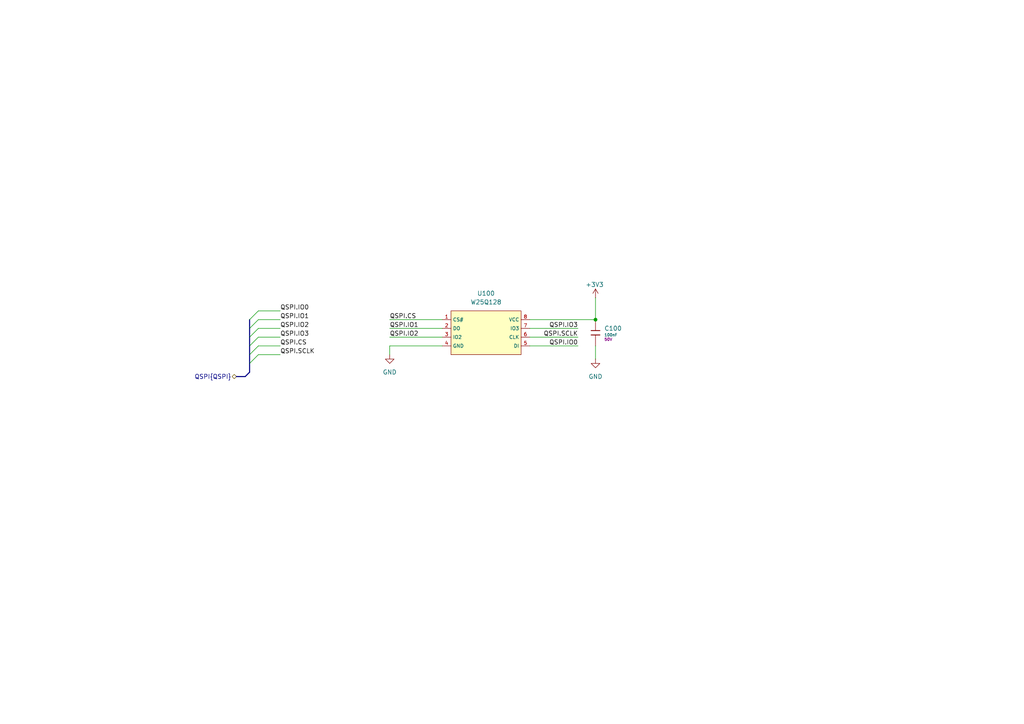
<source format=kicad_sch>
(kicad_sch (version 20250114) (generator "eeschema") (generator_version "9.0")
  (paper "A4")
  (title_block (title "ModuCard BM STM32H562VGT6") (date "2025-04-18") (rev "1.1.1") (company "KoNaR") (comment 1 "Base project authors: Dominik Pluta, Artem Horiunov") (comment 2 "Project author: <author>"))
  (lib_symbols
    (symbol "PCM_JLCPCB-Capacitors:0402,100nF,(2)" (pin_numbers (hide yes)) (pin_names (offset 0))
      (property "Reference" "C" (at 2.032 1.668 0))
      (property "Value" "100nF" (at 2.032 -0.3782 0))
      (property "Voltage Rated" "50V" (at 2.032 -2.0462 0))
      (symbol "0402,100nF,(2)_0_1"
        (polyline (pts (xy -1.27 0.635) (xy 1.27 0.635)) (stroke (width 0.254)))
        (polyline (pts (xy -1.27 -0.635) (xy 1.27 -0.635)) (stroke (width 0.254)))
      )
      (symbol "0402,100nF,(2)_1_1"
        (pin passive line (at 0 3.81 270) (length 3.175) (name "~") (number "1"))
        (pin passive line (at 0 -3.81 90) (length 3.175) (name "~") (number "2"))
      )
    )
    (symbol "PCM_JLCPCB-Memory:16MByte, SPI"
      (property "Reference" "U" (at 0 1.27 0))
      (property "Value" "W25Q128" (at 0 -1.016 0))
      (symbol "16MByte, SPI_0_1"
        (rectangle (start -10.16 7.62) (end 10.16 -5.08) (fill (type background)))
        (pin unspecified line (at -12.7 5.08 0) (length 2.54) (name "CS#") (number "1"))
        (pin unspecified line (at -12.7 2.54 0) (length 2.54) (name "DO") (number "2"))
        (pin unspecified line (at -12.7 0 0) (length 2.54) (name "IO2") (number "3"))
        (pin unspecified line (at -12.7 -2.54 0) (length 2.54) (name "GND") (number "4"))
        (pin unspecified line (at 12.7 5.08 180) (length 2.54) (name "VCC") (number "8"))
        (pin unspecified line (at 12.7 2.54 180) (length 2.54) (name "IO3") (number "7"))
        (pin unspecified line (at 12.7 0 180) (length 2.54) (name "CLK") (number "6"))
        (pin unspecified line (at 12.7 -2.54 180) (length 2.54) (name "DI") (number "5"))
      )
    )
    (symbol "power:+3V3" (power) (pin_numbers (hide yes)) (pin_names (offset 0) (hide yes))
      (property "Value" "+3V3" (at 0 3.556 0))
      (symbol "+3V3_0_1"
        (polyline (pts (xy -0.762 1.27) (xy 0 2.54)))
        (polyline (pts (xy 0 2.54) (xy 0.762 1.27)))
        (polyline (pts (xy 0 0) (xy 0 2.54)))
      )
      (symbol "+3V3_1_1"
        (pin power_in line (at 0 0 90) (length 0) (name "~") (number "1"))
      )
    )
    (symbol "power:GND" (power) (pin_numbers (hide yes)) (pin_names (offset 0) (hide yes))
      (property "Value" "GND" (at 0 -3.81 0))
      (symbol "GND_0_1"
        (polyline (pts (xy 0 0) (xy 0 -1.27) (xy 1.27 -1.27) (xy 0 -2.54) (xy -1.27 -1.27) (xy 0 -1.27)))
      )
      (symbol "GND_1_1"
        (pin power_in line (at 0 0 270) (length 0) (name "~") (number "1"))
      )
    )
  )
  (junction (at 172.72 92.71))
  (bus_entry (at 72.39 92.71) (size 2.54 -2.54))
  (bus_entry (at 72.39 102.87) (size 2.54 -2.54))
  (bus_entry (at 72.39 97.79) (size 2.54 -2.54))
  (bus_entry (at 72.39 100.33) (size 2.54 -2.54))
  (bus_entry (at 72.39 95.25) (size 2.54 -2.54))
  (bus_entry (at 72.39 105.41) (size 2.54 -2.54))
  (wire (pts (xy 113.03 100.33) (xy 128.27 100.33)))
  (wire (pts (xy 74.93 97.79) (xy 81.28 97.79)))
  (wire (pts (xy 113.03 100.33) (xy 113.03 102.87)))
  (wire (pts (xy 172.72 86.36) (xy 172.72 92.71)))
  (bus (pts (xy 72.39 97.79) (xy 72.39 100.33)))
  (wire (pts (xy 153.67 97.79) (xy 167.64 97.79)))
  (wire (pts (xy 172.72 104.14) (xy 172.72 100.33)))
  (bus (pts (xy 72.39 95.25) (xy 72.39 97.79)))
  (bus (pts (xy 72.39 100.33) (xy 72.39 102.87)))
  (bus (pts (xy 72.39 102.87) (xy 72.39 105.41)))
  (wire (pts (xy 113.03 92.71) (xy 128.27 92.71)))
  (wire (pts (xy 153.67 92.71) (xy 172.72 92.71)))
  (wire (pts (xy 113.03 95.25) (xy 128.27 95.25)))
  (wire (pts (xy 153.67 95.25) (xy 167.64 95.25)))
  (bus (pts (xy 72.39 92.71) (xy 72.39 95.25)))
  (bus (pts (xy 71.12 109.22) (xy 72.39 107.95)))
  (bus (pts (xy 72.39 105.41) (xy 72.39 107.95)))
  (wire (pts (xy 74.93 95.25) (xy 81.28 95.25)))
  (bus (pts (xy 68.58 109.22) (xy 71.12 109.22)))
  (wire (pts (xy 74.93 102.87) (xy 81.28 102.87)))
  (wire (pts (xy 74.93 92.71) (xy 81.28 92.71)))
  (wire (pts (xy 74.93 90.17) (xy 81.28 90.17)))
  (wire (pts (xy 153.67 100.33) (xy 167.64 100.33)))
  (wire (pts (xy 113.03 97.79) (xy 128.27 97.79)))
  (wire (pts (xy 74.93 100.33) (xy 81.28 100.33)))
  (label "QSPI.IO3" (at 167.64 95.25 180))
  (label "QSPI.IO1" (at 81.28 92.71 0))
  (label "QSPI.SCLK" (at 81.28 102.87 0))
  (label "QSPI.IO2" (at 81.28 95.25 0))
  (label "QSPI.IO3" (at 81.28 97.79 0))
  (label "QSPI.IO2" (at 113.03 97.79 0))
  (label "QSPI.IO1" (at 113.03 95.25 0))
  (label "QSPI.SCLK" (at 167.64 97.79 180))
  (label "QSPI.IO0" (at 81.28 90.17 0))
  (label "QSPI.IO0" (at 167.64 100.33 180))
  (label "QSPI.CS" (at 113.03 92.71 0))
  (label "QSPI.CS" (at 81.28 100.33 0))
  (hierarchical_label "QSPI{QSPI}" (shape bidirectional) (at 68.58 109.22 180))
  (symbol (lib_id "power:GND") (at 113.03 102.87 0) (unit 1)
    (property "Reference" "#PWR0402" (effects (hide yes)))
    (property "Value" "GND" (at 113.03 107.95 0))
    (property "Description" "Power symbol creates a global label with name \"GND\" , ground" (effects (hide yes)))
  )
  (symbol (lib_id "PCM_JLCPCB-Memory:16MByte, SPI") (at 140.97 97.79 0) (unit 1)
    (property "Reference" "U100" (at 140.97 85.09 0))
    (property "Value" "W25Q128" (at 140.97 87.63 0))
    (property "Footprint" "PCM_JLCPCB:SOIC-8_L5.3-W5.3-P1.27-LS8.0-BL" (effects (hide yes)))
    (property "Datasheet" "https://www.lcsc.com/datasheet/lcsc_datasheet_1811142111_Winbond-Elec-W25Q128JVSIQ_C97521.pdf" (effects (hide yes)))
    (property "Description" "128Mbit SOIC-8-208mil NOR FLASH ROHS" (effects (hide yes)))
    (property "LCSC" "C97521" (effects (hide yes)))
    (property "Stock" "69526" (effects (hide yes)))
    (property "Price" "0.545USD" (effects (hide yes)))
    (property "Process" "SMT" (effects (hide yes)))
    (property "Minimum Qty" "1" (effects (hide yes)))
    (property "Attrition Qty" "0" (effects (hide yes)))
    (property "Class" "Basic Component" (effects (hide yes)))
    (property "Category" "Memory,NOR FLASH" (effects (hide yes)))
    (property "Manufacturer" "Winbond Elec" (effects (hide yes)))
    (property "Part" "W25Q128JVSIQ" (effects (hide yes)))
    (property "Memory Size" "128Mbit" (effects (hide yes)))
  )
  (symbol (lib_id "power:GND") (at 172.72 104.14 0) (unit 1)
    (property "Reference" "#PWR0401" (effects (hide yes)))
    (property "Value" "GND" (at 172.72 109.22 0))
    (property "Description" "Power symbol creates a global label with name \"GND\" , ground" (effects (hide yes)))
  )
  (symbol (lib_id "power:+3V3") (at 172.72 86.36 0) (unit 1)
    (property "Reference" "#PWR100" (effects (hide yes)))
    (property "Value" "+3V3" (at 172.466 82.55 0))
    (property "Description" "Power symbol creates a global label with name \"+3V3\"" (effects (hide yes)))
  )
  (symbol (lib_id "PCM_JLCPCB-Capacitors:0402,100nF,(2)") (at 172.72 96.52 0) (unit 1)
    (property "Reference" "C100" (at 175.26 95.25 0) (effects (justify left)))
    (property "Value" "100nF" (at 175.26 97.155 0) (effects (font (size 0.8 0.8)) (justify left)))
    (property "Footprint" "PCM_JLCPCB:C_0402" (effects (hide yes)))
    (property "Datasheet" "https://www.lcsc.com/datasheet/lcsc_datasheet_2304140030_Samsung-Electro-Mechanics-CL05B104KB54PNC_C307331.pdf" (effects (hide yes)))
    (property "Description" "50V 100nF X7R ±10% 0402 Multilayer Ceramic Capacitors MLCC - SMD/SMT ROHS" (effects (hide yes)))
    (property "LCSC" "C307331" (effects (hide yes)))
    (property "Stock" "5436546" (effects (hide yes)))
    (property "Price" "0.008USD" (effects (hide yes)))
    (property "Process" "SMT" (effects (hide yes)))
    (property "Minimum Qty" "20" (effects (hide yes)))
    (property "Attrition Qty" "10" (effects (hide yes)))
    (property "Class" "Basic Component" (effects (hide yes)))
    (property "Category" "Capacitors,Multilayer Ceramic Capacitors MLCC - SMD/SMT" (effects (hide yes)))
    (property "Manufacturer" "Samsung Electro-Mechanics" (effects (hide yes)))
    (property "Part" "CL05B104KB54PNC" (effects (hide yes)))
    (property "Voltage Rated" "50V" (at 175.26 98.425 0) (effects (font (size 0.8 0.8)) (justify left)))
    (property "Tolerance" "±10%" (effects (hide yes)))
    (property "Capacitance" "100nF" (effects (hide yes)))
    (property "Temperature Coefficient" "X7R" (effects (hide yes)))
  )
)
</source>
